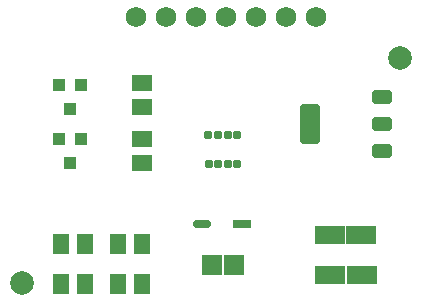
<source format=gts>
G04*
G04 #@! TF.GenerationSoftware,Altium Limited,Altium Designer,20.1.14 (287)*
G04*
G04 Layer_Color=8388736*
%FSLAX25Y25*%
%MOIN*%
G70*
G04*
G04 #@! TF.SameCoordinates,ED3C4BB4-71E9-4A6E-9139-F99DAA76467E*
G04*
G04*
G04 #@! TF.FilePolarity,Negative*
G04*
G01*
G75*
G04:AMPARAMS|DCode=19|XSize=61.32mil|YSize=29.23mil|CornerRadius=14.62mil|HoleSize=0mil|Usage=FLASHONLY|Rotation=180.000|XOffset=0mil|YOffset=0mil|HoleType=Round|Shape=RoundedRectangle|*
%AMROUNDEDRECTD19*
21,1,0.06132,0.00000,0,0,180.0*
21,1,0.03209,0.02923,0,0,180.0*
1,1,0.02923,-0.01604,0.00000*
1,1,0.02923,0.01604,0.00000*
1,1,0.02923,0.01604,0.00000*
1,1,0.02923,-0.01604,0.00000*
%
%ADD19ROUNDEDRECTD19*%
%ADD20R,0.06132X0.02923*%
%ADD27C,0.07874*%
G04:AMPARAMS|DCode=28|XSize=132.02mil|YSize=65.09mil|CornerRadius=6mil|HoleSize=0mil|Usage=FLASHONLY|Rotation=270.000|XOffset=0mil|YOffset=0mil|HoleType=Round|Shape=RoundedRectangle|*
%AMROUNDEDRECTD28*
21,1,0.13202,0.05309,0,0,270.0*
21,1,0.12002,0.06509,0,0,270.0*
1,1,0.01200,-0.02655,-0.06001*
1,1,0.01200,-0.02655,0.06001*
1,1,0.01200,0.02655,0.06001*
1,1,0.01200,0.02655,-0.06001*
%
%ADD28ROUNDEDRECTD28*%
G04:AMPARAMS|DCode=29|XSize=43.43mil|YSize=65.09mil|CornerRadius=5.95mil|HoleSize=0mil|Usage=FLASHONLY|Rotation=270.000|XOffset=0mil|YOffset=0mil|HoleType=Round|Shape=RoundedRectangle|*
%AMROUNDEDRECTD29*
21,1,0.04343,0.05319,0,0,270.0*
21,1,0.03154,0.06509,0,0,270.0*
1,1,0.01190,-0.02659,-0.01577*
1,1,0.01190,-0.02659,0.01577*
1,1,0.01190,0.02659,0.01577*
1,1,0.01190,0.02659,-0.01577*
%
%ADD29ROUNDEDRECTD29*%
G04:AMPARAMS|DCode=30|XSize=27.69mil|YSize=27.69mil|CornerRadius=6.46mil|HoleSize=0mil|Usage=FLASHONLY|Rotation=270.000|XOffset=0mil|YOffset=0mil|HoleType=Round|Shape=RoundedRectangle|*
%AMROUNDEDRECTD30*
21,1,0.02769,0.01476,0,0,270.0*
21,1,0.01476,0.02769,0,0,270.0*
1,1,0.01292,-0.00738,-0.00738*
1,1,0.01292,-0.00738,0.00738*
1,1,0.01292,0.00738,0.00738*
1,1,0.01292,0.00738,-0.00738*
%
%ADD30ROUNDEDRECTD30*%
%ADD31R,0.06902X0.06902*%
%ADD32R,0.06902X0.05721*%
%ADD33R,0.03950X0.04343*%
%ADD34R,0.05721X0.06902*%
%ADD35R,0.10052X0.06115*%
%ADD36C,0.06800*%
D19*
X128882Y92000D02*
D03*
D20*
X142270D02*
D03*
D27*
X68991Y72625D02*
D03*
X195000Y147500D02*
D03*
D28*
X164894Y125500D02*
D03*
D29*
X189106Y134555D02*
D03*
Y125500D02*
D03*
Y116445D02*
D03*
D30*
X140724Y112276D02*
D03*
X137575D02*
D03*
X134425D02*
D03*
X131276D02*
D03*
X131197Y121724D02*
D03*
X134425D02*
D03*
X137575D02*
D03*
X140724D02*
D03*
D31*
X132358Y78500D02*
D03*
X139642D02*
D03*
D32*
X109000Y120571D02*
D03*
Y112500D02*
D03*
Y131000D02*
D03*
Y139071D02*
D03*
D33*
X88740Y120437D02*
D03*
X81260D02*
D03*
X85000Y112563D02*
D03*
Y130563D02*
D03*
X81260Y138437D02*
D03*
X88740D02*
D03*
D34*
X100929Y72000D02*
D03*
X109000D02*
D03*
X100929Y85500D02*
D03*
X109000D02*
D03*
X90000D02*
D03*
X81929D02*
D03*
X90000Y72000D02*
D03*
X81929D02*
D03*
D35*
X171602Y88500D02*
D03*
X182035D02*
D03*
X171783Y75000D02*
D03*
X182217D02*
D03*
D36*
X107000Y161000D02*
D03*
X117000D02*
D03*
X127000D02*
D03*
X137000D02*
D03*
X147000D02*
D03*
X157000D02*
D03*
X167000D02*
D03*
M02*

</source>
